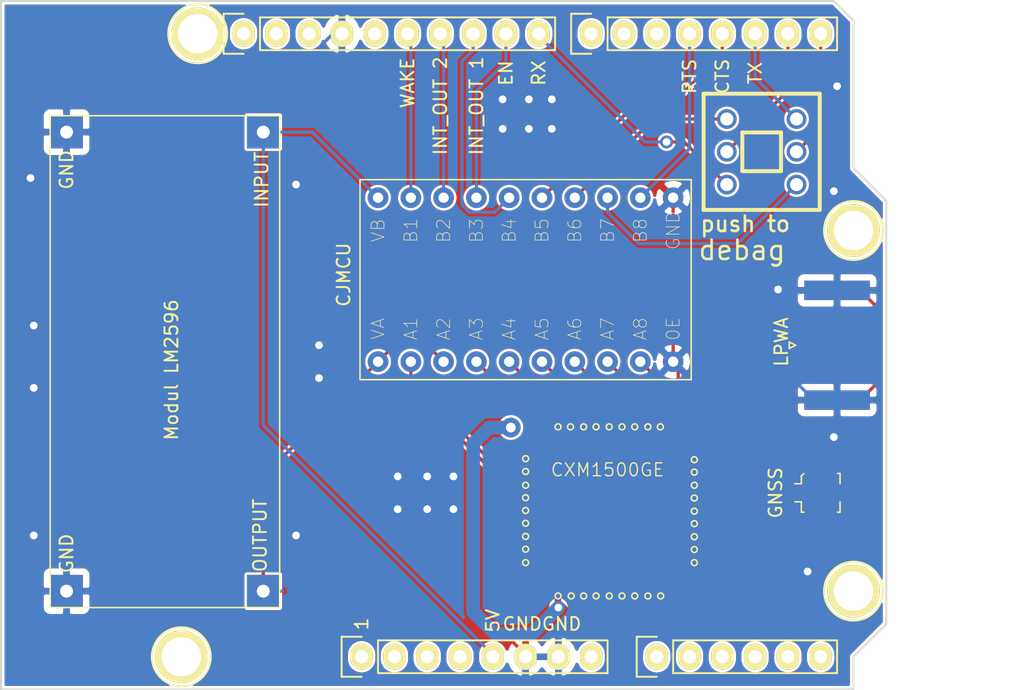
<source format=kicad_pcb>
(kicad_pcb (version 20171130) (host pcbnew "(5.1.0)-1")
  (title_block (date "lun. 30 mars 2015"))
  (layers (0 F.Cu signal) (31 B.Cu signal) (34 B.Paste user) (35 F.Paste user) (36 B.SilkS user) (37 F.SilkS user) (38 B.Mask user) (39 F.Mask user) (44 Edge.Cuts user))
  (net 0 "")
  (net 1 /IOREF)
  (net 2 /Reset)
  (net 3 +5V)
  (net 4 GND)
  (net 5 /Vin)
  (net 6 /A0)
  (net 7 /A1)
  (net 8 /A2)
  (net 9 /A3)
  (net 10 /AREF)
  (net 11 "/A4(SDA)")
  (net 12 "/A5(SCL)")
  (net 13 "/9(**)")
  (net 14 /8)
  (net 15 /7)
  (net 16 "/6(**)")
  (net 17 "/5(**)")
  (net 18 /4)
  (net 19 "/3(**)")
  (net 20 /2)
  (net 21 "/1(Tx)")
  (net 22 "/0(Rx)")
  (net 23 "Net-(P5-Pad1)")
  (net 24 "Net-(P6-Pad1)")
  (net 25 "Net-(P7-Pad1)")
  (net 26 "Net-(P8-Pad1)")
  (net 27 "/13(SCK)")
  (net 28 "Net-(P1-Pad1)")
  (net 29 +3V3)
  (net 30 "/12(MISO)")
  (net 31 "Net-(J1-Pad1)")
  (net 32 "Net-(J2-Pad1)")
  (net 33 /+2V)
  (net 34 "/11(**_MOSI)")
  (net 35 "/10(**_SS)")
  (net 36 /TX)
  (net 37 /RX)
  (net 38 "Net-(TXS0108E-8_1-Pad2)")
  (net 39 "Net-(TXS0108E-8_1-Pad3)")
  (net 40 "Net-(TXS0108E-8_1-Pad4)")
  (net 41 "Net-(TXS0108E-8_1-Pad5)")
  (net 42 "Net-(TXS0108E-8_1-Pad6)")
  (net 43 "Net-(TXS0108E-8_1-Pad7)")
  (net 44 "Net-(TXS0108E-8_1-Pad8)")
  (net 45 "Net-(TXS0108E-8_1-Pad9)")
  (net 46 "Net-(U1-Pad33)")
  (net 47 "Net-(U1-Pad37)")
  (net 48 "Net-(U1-Pad38)")
  (net 49 "Net-(U1-Pad28)")
  (net 50 "Net-(U1-Pad20)")
  (net 51 "Net-(U1-Pad19)")
  (net 52 "Net-(U1-Pad18)")
  (net 53 "Net-(U1-Pad17)")
  (net 54 "Net-(U1-Pad16)")
  (net 55 "Net-(U1-Pad15)")
  (net 56 "Net-(U1-Pad14)")
  (net 57 "Net-(U1-Pad13)")
  (net 58 "Net-(U1-Pad12)")
  (net 59 "/A5(SCL)_l")
  (net 60 "/A4(SDA)_l")
  (module modul:CXM1500GE (layer F.Cu) (at 152.908 107.315)
    (fp_text reference CXM1500GE (at 5.08 2.032) (layer F.SilkS) (effects (font (thickness 0.1))))
    (fp_text value CXM1500GE)
    (fp_circle (center 9.1948 11.8) (end 9.424807 11.8) (layer F.SilkS) (width 0.12))
    (fp_circle (center 8.2042 11.8) (end 8.434207 11.8) (layer F.SilkS) (width 0.12))
    (fp_circle (center 7.1882 11.8) (end 7.418207 11.8) (layer F.SilkS) (width 0.12))
    (fp_circle (center 6.1976 11.8) (end 6.427607 11.8) (layer F.SilkS) (width 0.12))
    (fp_circle (center 5.207 11.8) (end 5.437007 11.8) (layer F.SilkS) (width 0.12))
    (fp_circle (center 4.191 11.8) (end 4.421007 11.8) (layer F.SilkS) (width 0.12))
    (fp_circle (center 3.2258 11.8) (end 3.455807 11.8) (layer F.SilkS) (width 0.12))
    (fp_circle (center 2.2606 11.8) (end 2.490607 11.8) (layer F.SilkS) (width 0.12))
    (fp_circle (center 1.2446 11.8) (end 1.474607 11.8) (layer F.SilkS) (width 0.12))
    (fp_circle (center -1.27 9.2202) (end -1.0414 9.1948) (layer F.SilkS) (width 0.12))
    (fp_circle (center -1.27 8.1788) (end -1.0414 8.1534) (layer F.SilkS) (width 0.12))
    (fp_circle (center -1.27 7.1882) (end -1.0414 7.1628) (layer F.SilkS) (width 0.12))
    (fp_circle (center -1.27 6.1722) (end -1.0414 6.1468) (layer F.SilkS) (width 0.12))
    (fp_circle (center -1.27 5.1816) (end -1.0414 5.1562) (layer F.SilkS) (width 0.12))
    (fp_circle (center -1.27 4.191) (end -1.0414 4.1656) (layer F.SilkS) (width 0.12))
    (fp_circle (center -1.27 3.2258) (end -1.0414 3.2004) (layer F.SilkS) (width 0.12))
    (fp_circle (center -1.27 2.159) (end -1.0414 2.1336) (layer F.SilkS) (width 0.12))
    (fp_circle (center -1.27 1.1684) (end -1.0414 1.143) (layer F.SilkS) (width 0.12))
    (fp_circle (center 1.2446 -1.3) (end 1.474607 -1.3) (layer F.SilkS) (width 0.12))
    (fp_circle (center 2.2098 -1.3) (end 2.439807 -1.3) (layer F.SilkS) (width 0.12))
    (fp_circle (center 3.2258 -1.3) (end 3.455807 -1.3) (layer F.SilkS) (width 0.12))
    (fp_circle (center 4.191 -1.3) (end 4.421007 -1.3) (layer F.SilkS) (width 0.12))
    (fp_circle (center 5.207 -1.3) (end 5.437007 -1.3) (layer F.SilkS) (width 0.12))
    (fp_circle (center 6.1976 -1.3) (end 6.427607 -1.3) (layer F.SilkS) (width 0.12))
    (fp_circle (center 7.1882 -1.3) (end 7.418207 -1.3) (layer F.SilkS) (width 0.12))
    (fp_circle (center 8.2042 -1.3) (end 8.434207 -1.3) (layer F.SilkS) (width 0.12))
    (fp_circle (center 9.1694 -1.3) (end 9.399407 -1.3) (layer F.SilkS) (width 0.12))
    (fp_circle (center 11.8 9.2202) (end 12.030007 9.2202) (layer F.SilkS) (width 0.12))
    (fp_circle (center 11.8 8.2042) (end 12.030007 8.2042) (layer F.SilkS) (width 0.12))
    (fp_circle (center 11.8 7.2136) (end 12.030007 7.2136) (layer F.SilkS) (width 0.12))
    (fp_circle (center 11.8 6.1976) (end 12.030007 6.1976) (layer F.SilkS) (width 0.12))
    (fp_circle (center 11.8 5.2324) (end 12.030007 5.2324) (layer F.SilkS) (width 0.12))
    (fp_circle (center 11.8 4.2164) (end 12.030007 4.2164) (layer F.SilkS) (width 0.12))
    (fp_circle (center 11.8 3.2258) (end 12.030007 3.2258) (layer F.SilkS) (width 0.12))
    (fp_circle (center 11.8 2.2098) (end 12.030007 2.2098) (layer F.SilkS) (width 0.12))
    (fp_circle (center 11.8 1.2446) (end 12.030007 1.2446) (layer F.SilkS) (width 0.12))
    (pad 10 smd rect (at 9.2 10.55) (size 0.55 1) (layers F.Cu F.Paste F.Mask) (net 32 "Net-(J2-Pad1)"))
    (pad 9 smd rect (at 8.2 10.55) (size 0.55 1) (layers F.Cu F.Paste F.Mask) (net 4 GND))
    (pad 8 smd rect (at 7.2 10.55) (size 0.55 1) (layers F.Cu F.Paste F.Mask) (net 4 GND))
    (pad 7 smd rect (at 6.2 10.55) (size 0.55 1) (layers F.Cu F.Paste F.Mask) (net 4 GND))
    (pad 6 smd rect (at 5.2 10.55) (size 0.55 1) (layers F.Cu F.Paste F.Mask) (net 4 GND))
    (pad 5 smd rect (at 4.2 10.55) (size 0.55 1) (layers F.Cu F.Paste F.Mask) (net 4 GND))
    (pad 4 smd rect (at 3.23 10.55) (size 0.55 1) (layers F.Cu F.Paste F.Mask) (net 4 GND))
    (pad 3 smd rect (at 2.23 10.55) (size 0.55 1) (layers F.Cu F.Paste F.Mask) (net 4 GND))
    (pad 2 smd rect (at 1.23 10.55) (size 0.55 1) (layers F.Cu F.Paste F.Mask) (net 31 "Net-(J1-Pad1)"))
    (pad 12 smd rect (at 10.55 9.2) (size 1 0.55) (layers F.Cu F.Paste F.Mask) (net 58 "Net-(U1-Pad12)"))
    (pad 13 smd rect (at 10.55 8.2) (size 1 0.55) (layers F.Cu F.Paste F.Mask) (net 57 "Net-(U1-Pad13)"))
    (pad 14 smd rect (at 10.55 7.2) (size 1 0.55) (layers F.Cu F.Paste F.Mask) (net 56 "Net-(U1-Pad14)"))
    (pad 15 smd rect (at 10.55 6.2) (size 1 0.55) (layers F.Cu F.Paste F.Mask) (net 55 "Net-(U1-Pad15)"))
    (pad 16 smd rect (at 10.55 5.2) (size 1 0.55) (layers F.Cu F.Paste F.Mask) (net 54 "Net-(U1-Pad16)"))
    (pad 17 smd rect (at 10.55 4.2) (size 1 0.55) (layers F.Cu F.Paste F.Mask) (net 53 "Net-(U1-Pad17)"))
    (pad 18 smd rect (at 10.55 3.2) (size 1 0.55) (layers F.Cu F.Paste F.Mask) (net 52 "Net-(U1-Pad18)"))
    (pad 19 smd rect (at 10.55 2.2) (size 1 0.55) (layers F.Cu F.Paste F.Mask) (net 51 "Net-(U1-Pad19)"))
    (pad 20 smd rect (at 10.55 1.2) (size 1 0.55) (layers F.Cu F.Paste F.Mask) (net 50 "Net-(U1-Pad20)"))
    (pad 22 smd rect (at 9.2 0) (size 0.55 1) (layers F.Cu F.Paste F.Mask) (net 45 "Net-(TXS0108E-8_1-Pad9)"))
    (pad 23 smd rect (at 8.2 0) (size 0.55 1) (layers F.Cu F.Paste F.Mask) (net 44 "Net-(TXS0108E-8_1-Pad8)"))
    (pad 24 smd rect (at 7.2 0) (size 0.55 1) (layers F.Cu F.Paste F.Mask) (net 43 "Net-(TXS0108E-8_1-Pad7)"))
    (pad 25 smd rect (at 6.2 0) (size 0.55 1) (layers F.Cu F.Paste F.Mask) (net 42 "Net-(TXS0108E-8_1-Pad6)"))
    (pad 26 smd rect (at 5.2 0) (size 0.55 1) (layers F.Cu F.Paste F.Mask) (net 41 "Net-(TXS0108E-8_1-Pad5)"))
    (pad 27 smd rect (at 4.2 0) (size 0.55 1) (layers F.Cu F.Paste F.Mask) (net 40 "Net-(TXS0108E-8_1-Pad4)"))
    (pad 28 smd rect (at 3.23 0) (size 0.55 1) (layers F.Cu F.Paste F.Mask) (net 49 "Net-(U1-Pad28)"))
    (pad 29 smd rect (at 2.23 0) (size 0.55 1) (layers F.Cu F.Paste F.Mask) (net 49 "Net-(U1-Pad28)"))
    (pad 30 smd rect (at 1.23 0) (size 0.55 1) (layers F.Cu F.Paste F.Mask) (net 33 /+2V))
    (pad 40 smd rect (at 0 9.2) (size 1 0.55) (layers F.Cu F.Paste F.Mask) (net 4 GND))
    (pad 39 smd rect (at 0 8.2) (size 1 0.55) (layers F.Cu F.Paste F.Mask) (net 4 GND))
    (pad 38 smd rect (at 0 7.2) (size 1 0.55) (layers F.Cu F.Paste F.Mask) (net 48 "Net-(U1-Pad38)"))
    (pad 37 smd rect (at 0 6.2) (size 1 0.55) (layers F.Cu F.Paste F.Mask) (net 47 "Net-(U1-Pad37)"))
    (pad 36 smd rect (at 0 5.2) (size 1 0.55) (layers F.Cu F.Paste F.Mask) (net 39 "Net-(TXS0108E-8_1-Pad3)"))
    (pad 35 smd rect (at 0 4.2) (size 1 0.55) (layers F.Cu F.Paste F.Mask) (net 38 "Net-(TXS0108E-8_1-Pad2)"))
    (pad 34 smd rect (at 0 3.2) (size 1 0.55) (layers F.Cu F.Paste F.Mask) (net 46 "Net-(U1-Pad33)"))
    (pad 33 smd rect (at 0 2.2) (size 1 0.55) (layers F.Cu F.Paste F.Mask) (net 46 "Net-(U1-Pad33)"))
    (pad 32 smd rect (at 0 1.2) (size 1 0.55) (layers F.Cu F.Paste F.Mask) (net 4 GND))
    (pad 41 smd rect (at 5.275 5.275) (size 4 4) (layers F.Cu F.Paste F.Mask) (net 4 GND))
    (pad 11 smd rect (at 10.55 10.55) (size 1.2 1.2) (layers F.Cu F.Paste F.Mask) (net 4 GND))
    (pad 21 smd rect (at 10.55 0) (size 1.2 1.2) (layers F.Cu F.Paste F.Mask) (net 4 GND))
    (pad 1 smd rect (at 0 10.55) (size 1.2 1.2) (layers F.Cu F.Paste F.Mask) (net 4 GND))
    (pad 2 thru_hole circle (at -2.413 -1.2446) (size 1.524 1.524) (drill 0.762) (layers *.Cu *.Mask) (net 31 "Net-(J1-Pad1)"))
    (pad 31 smd rect (at 0 0) (size 1.2 1.2) (layers F.Cu F.Paste F.Mask) (net 4 GND))
  )
  (module Switches:Switch_DPDT_6p_TH (layer F.Cu) (at 169.926 84.709)
    (fp_text reference "push to" (at -1.27 5.588 180) (layer F.SilkS) (effects (font (size 1.2 1.2) (thickness 0.2))))
    (fp_text value SWITCH-DPDT hide)
    (fp_line (start -1.5 -1.5) (end -1.5 1.5) (layer F.SilkS) (width 0.3048))
    (fp_line (start -1.5 1.5) (end 1.5 1.5) (layer F.SilkS) (width 0.3048))
    (fp_line (start 1.5 1.5) (end 1.5 -1.5) (layer F.SilkS) (width 0.3048))
    (fp_line (start -1.5 -1.5) (end 1.5 -1.5) (layer F.SilkS) (width 0.3048))
    (fp_line (start -4.5 -4.5) (end 4.5 -4.5) (layer F.SilkS) (width 0.3048))
    (fp_line (start 4.5 -4.5) (end 4.5 4.5) (layer F.SilkS) (width 0.3048))
    (fp_line (start 4.5 4.5) (end -4.5 4.5) (layer F.SilkS) (width 0.3048))
    (fp_line (start -4.5 -4.5) (end -4.5 4.5) (layer F.SilkS) (width 0.3048))
    (pad 4 thru_hole circle (at 2.7 -2.54) (size 1.524 1.524) (drill 1.016) (layers *.Cu *.Mask) (net 20 /2))
    (pad 6 thru_hole circle (at 2.7 2.54) (size 1.524 1.524) (drill 1.016) (layers *.Cu *.Mask) (net 36 /TX))
    (pad 1 thru_hole circle (at -2.7 -2.54) (size 1.524 1.524) (drill 1.016) (layers *.Cu *.Mask) (net 37 /RX))
    (pad 3 thru_hole circle (at -2.7 2.54) (size 1.524 1.524) (drill 1.016) (layers *.Cu *.Mask) (net 14 /8))
    (pad 2 thru_hole circle (at -2.7 0) (size 1.524 1.524) (drill 1.016) (layers *.Cu *.Mask) (net 21 "/1(Tx)"))
    (pad 5 thru_hole circle (at 2.7 0) (size 1.524 1.524) (drill 1.016) (layers *.Cu *.Mask) (net 22 "/0(Rx)"))
  )
  (module Socket_Arduino_Uno:Socket_Strip_Arduino_1x10 (layer F.Cu) (at 129.794 75.565)
    (fp_text reference P3 hide)
    (fp_text value Digital hide)
    (fp_text user "INT_OUT 2" (at 15.24 5.588 90) (layer F.SilkS))
    (fp_text user EN (at 20.32 3.048 90) (layer F.SilkS))
    (fp_text user WAKE (at 12.7 3.81 90) (layer F.SilkS))
    (fp_text user "INT_OUT 1" (at 18.034 5.588 90) (layer F.SilkS))
    (fp_text user RX (at 22.86 3.048 90) (layer F.SilkS))
    (fp_line (start 1.27 1.27) (end 24.13 1.27) (layer F.SilkS) (width 0.15))
    (fp_line (start 24.13 1.27) (end 24.13 -1.27) (layer F.SilkS) (width 0.15))
    (fp_line (start 24.13 -1.27) (end 1.27 -1.27) (layer F.SilkS) (width 0.15))
    (fp_line (start -1.55 1.55) (end 0 1.55) (layer F.SilkS) (width 0.15))
    (fp_line (start 1.27 1.27) (end 1.27 -1.27) (layer F.SilkS) (width 0.15))
    (fp_line (start 0 -1.55) (end -1.55 -1.55) (layer F.SilkS) (width 0.15))
    (fp_line (start -1.55 -1.55) (end -1.55 1.55) (layer F.SilkS) (width 0.15))
    (pad 1 thru_hole oval (at 0 0) (size 1.7272 2.032) (drill 1.016) (layers *.Cu *.Mask F.SilkS) (net 59 "/A5(SCL)_l"))
    (pad 2 thru_hole oval (at 2.54 0) (size 1.7272 2.032) (drill 1.016) (layers *.Cu *.Mask F.SilkS) (net 60 "/A4(SDA)_l"))
    (pad 3 thru_hole oval (at 5.08 0) (size 1.7272 2.032) (drill 1.016) (layers *.Cu *.Mask F.SilkS) (net 10 /AREF))
    (pad 4 thru_hole oval (at 7.62 0) (size 1.7272 2.032) (drill 1.016) (layers *.Cu *.Mask F.SilkS) (net 4 GND))
    (pad 5 thru_hole oval (at 10.16 0) (size 1.7272 2.032) (drill 1.016) (layers *.Cu *.Mask F.SilkS) (net 27 "/13(SCK)"))
    (pad 6 thru_hole oval (at 12.7 0) (size 1.7272 2.032) (drill 1.016) (layers *.Cu *.Mask F.SilkS) (net 30 "/12(MISO)"))
    (pad 7 thru_hole oval (at 15.24 0) (size 1.7272 2.032) (drill 1.016) (layers *.Cu *.Mask F.SilkS) (net 34 "/11(**_MOSI)"))
    (pad 8 thru_hole oval (at 17.78 0) (size 1.7272 2.032) (drill 1.016) (layers *.Cu *.Mask F.SilkS) (net 35 "/10(**_SS)"))
    (pad 9 thru_hole oval (at 20.32 0) (size 1.7272 2.032) (drill 1.016) (layers *.Cu *.Mask F.SilkS) (net 13 "/9(**)"))
    (pad 10 thru_hole oval (at 22.86 0) (size 1.7272 2.032) (drill 1.016) (layers *.Cu *.Mask F.SilkS) (net 14 /8))
  )
  (module Socket_Arduino_Uno:Socket_Strip_Arduino_1x08 (layer F.Cu) (at 156.718 75.565)
    (fp_text reference P4 hide)
    (fp_text value Digital hide)
    (fp_text user RTS (at 7.62 3.302 90) (layer F.SilkS))
    (fp_text user CTS (at 10.16 3.302 90) (layer F.SilkS))
    (fp_text user TX (at 12.7 3.048 90) (layer F.SilkS))
    (fp_line (start -1.55 -1.55) (end -1.55 1.55) (layer F.SilkS) (width 0.15))
    (fp_line (start 0 -1.55) (end -1.55 -1.55) (layer F.SilkS) (width 0.15))
    (fp_line (start 1.27 1.27) (end 1.27 -1.27) (layer F.SilkS) (width 0.15))
    (fp_line (start -1.55 1.55) (end 0 1.55) (layer F.SilkS) (width 0.15))
    (fp_line (start 19.05 -1.27) (end 1.27 -1.27) (layer F.SilkS) (width 0.15))
    (fp_line (start 19.05 1.27) (end 19.05 -1.27) (layer F.SilkS) (width 0.15))
    (fp_line (start 1.27 1.27) (end 19.05 1.27) (layer F.SilkS) (width 0.15))
    (pad 8 thru_hole oval (at 17.78 0) (size 1.7272 2.032) (drill 1.016) (layers *.Cu *.Mask F.SilkS) (net 22 "/0(Rx)"))
    (pad 7 thru_hole oval (at 15.24 0) (size 1.7272 2.032) (drill 1.016) (layers *.Cu *.Mask F.SilkS) (net 21 "/1(Tx)"))
    (pad 6 thru_hole oval (at 12.7 0) (size 1.7272 2.032) (drill 1.016) (layers *.Cu *.Mask F.SilkS) (net 20 /2))
    (pad 5 thru_hole oval (at 10.16 0) (size 1.7272 2.032) (drill 1.016) (layers *.Cu *.Mask F.SilkS) (net 19 "/3(**)"))
    (pad 4 thru_hole oval (at 7.62 0) (size 1.7272 2.032) (drill 1.016) (layers *.Cu *.Mask F.SilkS) (net 18 /4))
    (pad 3 thru_hole oval (at 5.08 0) (size 1.7272 2.032) (drill 1.016) (layers *.Cu *.Mask F.SilkS) (net 17 "/5(**)"))
    (pad 2 thru_hole oval (at 2.54 0) (size 1.7272 2.032) (drill 1.016) (layers *.Cu *.Mask F.SilkS) (net 16 "/6(**)"))
    (pad 1 thru_hole oval (at 0 0) (size 1.7272 2.032) (drill 1.016) (layers *.Cu *.Mask F.SilkS) (net 15 /7))
  )
  (module modul:modul_lvl_conveter_cjmcu (layer F.Cu) (at 140.208 100.965 90)
    (fp_text reference CJMCU (at 6.731 -2.667 90) (layer F.SilkS))
    (fp_text value modul_lvl-conveter_cjmcu hide)
    (fp_line (start 14.097 -1.397) (end 13.97 -1.397) (layer F.SilkS) (width 0.12))
    (fp_line (start 14.097 24.257) (end 14.097 -1.397) (layer F.SilkS) (width 0.12))
    (fp_line (start -1.397 24.257) (end 14.097 24.257) (layer F.SilkS) (width 0.12))
    (fp_line (start -1.397 -1.397) (end -1.397 24.257) (layer F.SilkS) (width 0.12))
    (fp_line (start 13.97 -1.397) (end -1.397 -1.397) (layer F.SilkS) (width 0.12))
    (fp_text user VB (at 10.16 0 90) (layer F.SilkS) (effects (font (thickness 0.05))))
    (fp_text user B1 (at 10.16 2.54 90) (layer F.SilkS) (effects (font (thickness 0.05))))
    (fp_text user B2 (at 10.16 5.08 90) (layer F.SilkS) (effects (font (thickness 0.05))))
    (fp_text user B3 (at 10.16 7.62 90) (layer F.SilkS) (effects (font (thickness 0.05))))
    (fp_text user B4 (at 10.16 10.16 90) (layer F.SilkS) (effects (font (thickness 0.05))))
    (fp_text user B5 (at 10.16 12.7 90) (layer F.SilkS) (effects (font (thickness 0.05))))
    (fp_text user B6 (at 10.16 15.24 90) (layer F.SilkS) (effects (font (thickness 0.05))))
    (fp_text user B7 (at 10.16 17.78 90) (layer F.SilkS) (effects (font (thickness 0.05))))
    (fp_text user B8 (at 10.16 20.32 90) (layer F.SilkS) (effects (font (thickness 0.05))))
    (fp_text user GND (at 10.16 22.86 90) (layer F.SilkS) (effects (font (thickness 0.05))))
    (fp_text user 0E (at 2.54 22.86 90) (layer F.SilkS) (effects (font (thickness 0.05))))
    (fp_text user A8 (at 2.54 20.32 90) (layer F.SilkS) (effects (font (thickness 0.05))))
    (fp_text user A7 (at 2.54 17.78 90) (layer F.SilkS) (effects (font (thickness 0.05))))
    (fp_text user A6 (at 2.54 15.24 90) (layer F.SilkS) (effects (font (thickness 0.05))))
    (fp_text user A5 (at 2.54 12.7 90) (layer F.SilkS) (effects (font (thickness 0.05))))
    (fp_text user A4 (at 2.54 10.16 90) (layer F.SilkS) (effects (font (thickness 0.05))))
    (fp_text user A3 (at 2.54 7.62 90) (layer F.SilkS) (effects (font (thickness 0.05))))
    (fp_text user A2 (at 2.54 5.08 90) (layer F.SilkS) (effects (font (thickness 0.05))))
    (fp_text user A1 (at 2.54 2.54 90) (layer F.SilkS) (effects (font (thickness 0.05))))
    (fp_text user VA (at 2.54 0 90) (layer F.SilkS) (effects (font (thickness 0.05))))
    (pad 1 thru_hole circle (at 0 0 90) (size 1.6 1.6) (drill 0.8) (layers *.Cu *.Mask) (net 33 /+2V))
    (pad 2 thru_hole circle (at 0 2.54 90) (size 1.6 1.6) (drill 0.8) (layers *.Cu *.Mask) (net 38 "Net-(TXS0108E-8_1-Pad2)"))
    (pad 3 thru_hole circle (at 0 5.08 90) (size 1.6 1.6) (drill 0.8) (layers *.Cu *.Mask) (net 39 "Net-(TXS0108E-8_1-Pad3)"))
    (pad 4 thru_hole circle (at 0 7.62 90) (size 1.6 1.6) (drill 0.8) (layers *.Cu *.Mask) (net 40 "Net-(TXS0108E-8_1-Pad4)"))
    (pad 5 thru_hole circle (at 0 10.16 90) (size 1.6 1.6) (drill 0.8) (layers *.Cu *.Mask) (net 41 "Net-(TXS0108E-8_1-Pad5)"))
    (pad 6 thru_hole circle (at 0 12.7 90) (size 1.6 1.6) (drill 0.8) (layers *.Cu *.Mask) (net 42 "Net-(TXS0108E-8_1-Pad6)"))
    (pad 7 thru_hole circle (at 0 15.24 90) (size 1.6 1.6) (drill 0.8) (layers *.Cu *.Mask) (net 43 "Net-(TXS0108E-8_1-Pad7)"))
    (pad 8 thru_hole circle (at 0 17.78 90) (size 1.6 1.6) (drill 0.8) (layers *.Cu *.Mask) (net 44 "Net-(TXS0108E-8_1-Pad8)"))
    (pad 9 thru_hole circle (at 0 20.32 90) (size 1.6 1.6) (drill 0.8) (layers *.Cu *.Mask) (net 45 "Net-(TXS0108E-8_1-Pad9)"))
    (pad 10 thru_hole circle (at 0 22.86 90) (size 1.6 1.6) (drill 0.8) (layers *.Cu *.Mask) (net 4 GND))
    (pad 11 thru_hole circle (at 12.7 22.86 90) (size 1.6 1.6) (drill 0.8) (layers *.Cu *.Mask) (net 4 GND))
    (pad 12 thru_hole circle (at 12.7 20.32 90) (size 1.6 1.6) (drill 0.8) (layers *.Cu *.Mask) (net 18 /4))
    (pad 13 thru_hole circle (at 12.7 17.78 90) (size 1.6 1.6) (drill 0.8) (layers *.Cu *.Mask) (net 36 /TX))
    (pad 14 thru_hole circle (at 12.7 15.24 90) (size 1.6 1.6) (drill 0.8) (layers *.Cu *.Mask) (net 37 /RX))
    (pad 15 thru_hole circle (at 12.7 12.7 90) (size 1.6 1.6) (drill 0.8) (layers *.Cu *.Mask) (net 19 "/3(**)"))
    (pad 16 thru_hole circle (at 12.7 10.16 90) (size 1.6 1.6) (drill 0.8) (layers *.Cu *.Mask) (net 35 "/10(**_SS)"))
    (pad 17 thru_hole circle (at 12.7 7.62 90) (size 1.6 1.6) (drill 0.8) (layers *.Cu *.Mask) (net 13 "/9(**)"))
    (pad 18 thru_hole circle (at 12.7 5.08 90) (size 1.6 1.6) (drill 0.8) (layers *.Cu *.Mask) (net 34 "/11(**_MOSI)"))
    (pad 19 thru_hole circle (at 12.7 2.54 90) (size 1.6 1.6) (drill 0.8) (layers *.Cu *.Mask) (net 30 "/12(MISO)"))
    (pad 20 thru_hole circle (at 12.7 0 90) (size 1.6 1.6) (drill 0.8) (layers *.Cu *.Mask) (net 3 +5V))
  )
  (module modul:modul_lvl_dc-dc_lm2596 (layer F.Cu) (at 124.968 86.995 270)
    (fp_text reference LM2596_1 hide)
    (fp_text value modul_dc-dc_lm2596 hide)
    (fp_text user OUTPUT (at 27.432 -6.096 270) (layer F.SilkS))
    (fp_text user GND (at 28.829 8.89 270) (layer F.SilkS))
    (fp_text user GND (at -0.889 8.89 270) (layer F.SilkS))
    (fp_text user INPUT (at -0.127 -6.223 270) (layer F.SilkS))
    (fp_text user "Modul LM2596" (at 14.605 0.762 270) (layer F.SilkS))
    (fp_line (start 33.02 10.16) (end -5.08 10.16) (layer F.SilkS) (width 0.12))
    (fp_line (start 33.02 -7.62) (end 33.02 10.16) (layer F.SilkS) (width 0.12))
    (fp_line (start 22.86 -7.62) (end 33.02 -7.62) (layer F.SilkS) (width 0.12))
    (fp_line (start -5.08 -7.62) (end 22.86 -7.62) (layer F.SilkS) (width 0.12))
    (fp_line (start -5.08 -7.62) (end -5.08 10.16) (layer F.SilkS) (width 0.12))
    (pad 4 thru_hole rect (at 31.75 8.89 270) (size 2.524 2.524) (drill 1) (layers *.Cu *.Mask) (net 4 GND))
    (pad 3 thru_hole rect (at 31.75 -6.35 270) (size 2.524 2.524) (drill 1) (layers *.Cu *.Mask) (net 33 /+2V))
    (pad 2 thru_hole rect (at -3.81 8.89 270) (size 2.524 2.524) (drill 1) (layers *.Cu *.Mask) (net 4 GND))
    (pad 1 thru_hole rect (at -3.81 -6.35 270) (size 2.524 2.524) (drill 1) (layers *.Cu *.Mask) (net 3 +5V))
  )
  (module Connector_Coaxial:SMA_Amphenol_132289_EdgeMount (layer F.Cu) (at 175.768 99.695)
    (fp_text reference LPWA (at -4.318 -0.254 90) (layer F.SilkS))
    (fp_text value SMA)
    (fp_line (start -3.21 0) (end -3.71 -0.25) (layer F.SilkS) (width 0.12))
    (fp_line (start -3.71 -0.25) (end -3.71 0.25) (layer F.SilkS) (width 0.12))
    (fp_line (start -3.71 0.25) (end -3.21 0) (layer F.SilkS) (width 0.12))
    (pad 1 smd rect (at 0 0 90) (size 1.5 5.08) (layers F.Cu F.Paste F.Mask) (net 32 "Net-(J2-Pad1)"))
    (pad 2 smd rect (at 0 -4.25 90) (size 1.5 5.08) (layers F.Cu F.Paste F.Mask) (net 4 GND))
    (pad 2 smd rect (at 0 4.25 90) (size 1.5 5.08) (layers F.Cu F.Paste F.Mask) (net 4 GND))
    (pad 2 smd rect (at 0 -4.25 90) (size 1.5 5.08) (layers B.Cu B.Paste B.Mask) (net 4 GND))
    (pad 2 smd rect (at 0 4.25 90) (size 1.5 5.08) (layers B.Cu B.Paste B.Mask) (net 4 GND))
  )
  (module Connector_Coaxial:U.FL_Molex_MCRF_73412-0110_Vertical (layer F.Cu) (at 174.498 111.125 270)
    (fp_text reference GNSS (at 0 3.5 270) (layer F.SilkS))
    (fp_text value SMA)
    (fp_line (start 0.7 1.5) (end 0.7 2) (layer F.SilkS) (width 0.12))
    (fp_line (start -0.7 1.5) (end -0.7 2) (layer F.SilkS) (width 0.12))
    (fp_line (start -0.7 1.5) (end -1.3 1.5) (layer F.SilkS) (width 0.12))
    (fp_line (start -1.3 1.5) (end -1.5 1.3) (layer F.SilkS) (width 0.12))
    (fp_line (start 1.5 1.3) (end 1.5 1.5) (layer F.SilkS) (width 0.12))
    (fp_line (start 1.5 1.5) (end 0.7 1.5) (layer F.SilkS) (width 0.12))
    (fp_line (start 0.7 -1.5) (end 1.5 -1.5) (layer F.SilkS) (width 0.12))
    (fp_line (start 1.5 -1.5) (end 1.5 -1.3) (layer F.SilkS) (width 0.12))
    (fp_line (start -1.5 -1.3) (end -1.5 -1.5) (layer F.SilkS) (width 0.12))
    (fp_line (start -1.5 -1.5) (end -0.7 -1.5) (layer F.SilkS) (width 0.12))
    (pad 2 smd rect (at -1.475 0 270) (size 1.05 2.2) (layers F.Cu F.Paste F.Mask) (net 4 GND))
    (pad 2 smd rect (at 1.475 0 270) (size 1.05 2.2) (layers F.Cu F.Paste F.Mask) (net 4 GND))
    (pad 2 smd rect (at 0 -1.5 270) (size 1 1) (layers F.Cu F.Paste F.Mask) (net 4 GND))
    (pad 1 smd rect (at 0 1.5 270) (size 1 1) (layers F.Cu F.Paste F.Mask) (net 31 "Net-(J1-Pad1)"))
  )
  (module Socket_Arduino_Uno:Socket_Strip_Arduino_1x08 (layer F.Cu) (at 138.938 123.825)
    (fp_text reference P1 hide)
    (fp_text value Power)
    (fp_text user GND (at 15.494 -2.54) (layer F.SilkS))
    (fp_text user GND (at 12.446 -2.54 180) (layer F.SilkS))
    (fp_text user 5V (at 10.16 -2.794 90) (layer F.SilkS))
    (fp_line (start -1.55 -1.55) (end -1.55 1.55) (layer F.SilkS) (width 0.15))
    (fp_line (start 0 -1.55) (end -1.55 -1.55) (layer F.SilkS) (width 0.15))
    (fp_line (start 1.27 1.27) (end 1.27 -1.27) (layer F.SilkS) (width 0.15))
    (fp_line (start -1.55 1.55) (end 0 1.55) (layer F.SilkS) (width 0.15))
    (fp_line (start 19.05 -1.27) (end 1.27 -1.27) (layer F.SilkS) (width 0.15))
    (fp_line (start 19.05 1.27) (end 19.05 -1.27) (layer F.SilkS) (width 0.15))
    (fp_line (start 1.27 1.27) (end 19.05 1.27) (layer F.SilkS) (width 0.15))
    (pad 8 thru_hole oval (at 17.78 0) (size 1.7272 2.032) (drill 1.016) (layers *.Cu *.Mask F.SilkS) (net 5 /Vin))
    (pad 7 thru_hole oval (at 15.24 0) (size 1.7272 2.032) (drill 1.016) (layers *.Cu *.Mask F.SilkS) (net 4 GND))
    (pad 6 thru_hole oval (at 12.7 0) (size 1.7272 2.032) (drill 1.016) (layers *.Cu *.Mask F.SilkS) (net 4 GND))
    (pad 5 thru_hole oval (at 10.16 0) (size 1.7272 2.032) (drill 1.016) (layers *.Cu *.Mask F.SilkS) (net 3 +5V))
    (pad 4 thru_hole oval (at 7.62 0) (size 1.7272 2.032) (drill 1.016) (layers *.Cu *.Mask F.SilkS) (net 29 +3V3))
    (pad 3 thru_hole oval (at 5.08 0) (size 1.7272 2.032) (drill 1.016) (layers *.Cu *.Mask F.SilkS) (net 2 /Reset))
    (pad 2 thru_hole oval (at 2.54 0) (size 1.7272 2.032) (drill 1.016) (layers *.Cu *.Mask F.SilkS) (net 1 /IOREF))
    (pad 1 thru_hole oval (at 0 0) (size 1.7272 2.032) (drill 1.016) (layers *.Cu *.Mask F.SilkS) (net 28 "Net-(P1-Pad1)"))
  )
  (module Socket_Arduino_Uno:Socket_Strip_Arduino_1x06 (layer F.Cu) (at 161.798 123.825)
    (fp_text reference P2 hide)
    (fp_text value Analog)
    (fp_line (start 1.27 1.27) (end 13.97 1.27) (layer F.SilkS) (width 0.15))
    (fp_line (start 13.97 1.27) (end 13.97 -1.27) (layer F.SilkS) (width 0.15))
    (fp_line (start 13.97 -1.27) (end 1.27 -1.27) (layer F.SilkS) (width 0.15))
    (fp_line (start -1.55 1.55) (end 0 1.55) (layer F.SilkS) (width 0.15))
    (fp_line (start 1.27 1.27) (end 1.27 -1.27) (layer F.SilkS) (width 0.15))
    (fp_line (start 0 -1.55) (end -1.55 -1.55) (layer F.SilkS) (width 0.15))
    (fp_line (start -1.55 -1.55) (end -1.55 1.55) (layer F.SilkS) (width 0.15))
    (pad 1 thru_hole oval (at 0 0) (size 1.7272 2.032) (drill 1.016) (layers *.Cu *.Mask F.SilkS) (net 6 /A0))
    (pad 2 thru_hole oval (at 2.54 0) (size 1.7272 2.032) (drill 1.016) (layers *.Cu *.Mask F.SilkS) (net 7 /A1))
    (pad 3 thru_hole oval (at 5.08 0) (size 1.7272 2.032) (drill 1.016) (layers *.Cu *.Mask F.SilkS) (net 8 /A2))
    (pad 4 thru_hole oval (at 7.62 0) (size 1.7272 2.032) (drill 1.016) (layers *.Cu *.Mask F.SilkS) (net 9 /A3))
    (pad 5 thru_hole oval (at 10.16 0) (size 1.7272 2.032) (drill 1.016) (layers *.Cu *.Mask F.SilkS) (net 11 "/A4(SDA)"))
    (pad 6 thru_hole oval (at 12.7 0) (size 1.7272 2.032) (drill 1.016) (layers *.Cu *.Mask F.SilkS) (net 12 "/A5(SCL)"))
  )
  (module Socket_Arduino_Uno:Arduino_1pin (layer F.Cu) (at 124.968 123.825)
    (fp_text reference P5 hide)
    (fp_text value CONN_01X01 hide)
    (fp_circle (center 0 0) (end 0 -2.286) (layer F.SilkS) (width 0.15))
    (pad 1 thru_hole circle (at 0 0) (size 4.064 4.064) (drill 3.048) (layers *.Cu *.Mask F.SilkS) (net 23 "Net-(P5-Pad1)"))
  )
  (module Socket_Arduino_Uno:Arduino_1pin (layer F.Cu) (at 177.038 118.745)
    (fp_text reference P6 hide)
    (fp_text value CONN_01X01 hide)
    (fp_circle (center 0 0) (end 0 -2.286) (layer F.SilkS) (width 0.15))
    (pad 1 thru_hole circle (at 0 0) (size 4.064 4.064) (drill 3.048) (layers *.Cu *.Mask F.SilkS) (net 24 "Net-(P6-Pad1)"))
  )
  (module Socket_Arduino_Uno:Arduino_1pin (layer F.Cu) (at 126.238 75.565)
    (fp_text reference P7 hide)
    (fp_text value CONN_01X01 hide)
    (fp_circle (center 0 0) (end 0 -2.286) (layer F.SilkS) (width 0.15))
    (pad 1 thru_hole circle (at 0 0) (size 4.064 4.064) (drill 3.048) (layers *.Cu *.Mask F.SilkS) (net 25 "Net-(P7-Pad1)"))
  )
  (module Socket_Arduino_Uno:Arduino_1pin (layer F.Cu) (at 177.038 90.805)
    (fp_text reference P8 hide)
    (fp_text value CONN_01X01 hide)
    (fp_circle (center 0 0) (end 0 -2.286) (layer F.SilkS) (width 0.15))
    (pad 1 thru_hole circle (at 0 0) (size 4.064 4.064) (drill 3.048) (layers *.Cu *.Mask F.SilkS) (net 26 "Net-(P8-Pad1)"))
  )
  (gr_text debag (at 168.402 92.329) (layer F.SilkS) (effects (font (size 1.5 1.5) (thickness 0.2))))
  (gr_text 1 (at 138.938 121.285 90) (layer F.SilkS) (effects (font (size 1 1))))
  (gr_line (start 177.038 74.549) (end 175.514 73.025) (angle 90) (layer Edge.Cuts) (width 0.15))
  (gr_line (start 177.038 85.979) (end 177.038 74.549) (angle 90) (layer Edge.Cuts) (width 0.15))
  (gr_line (start 179.578 88.519) (end 177.038 85.979) (angle 90) (layer Edge.Cuts) (width 0.15))
  (gr_line (start 179.578 121.285) (end 179.578 88.519) (angle 90) (layer Edge.Cuts) (width 0.15))
  (gr_line (start 177.038 123.825) (end 179.578 121.285) (angle 90) (layer Edge.Cuts) (width 0.15))
  (gr_line (start 177.038 126.365) (end 177.038 123.825) (angle 90) (layer Edge.Cuts) (width 0.15))
  (gr_line (start 110.998 126.365) (end 177.038 126.365) (angle 90) (layer Edge.Cuts) (width 0.15))
  (gr_line (start 110.998 73.025) (end 110.998 126.365) (angle 90) (layer Edge.Cuts) (width 0.15))
  (gr_line (start 175.514 73.025) (end 110.998 73.025) (angle 90) (layer Edge.Cuts) (width 0.15))
  (segment (start 131.318 83.185) (end 135.128 83.185) (width 0.25) (layer B.Cu) (net 3))
  (segment (start 135.128 83.185) (end 140.208 88.265) (width 0.25) (layer B.Cu) (net 3))
  (segment (start 149.098 123.6726) (end 149.098 123.825) (width 0.25) (layer B.Cu) (net 3))
  (segment (start 131.318 105.8926) (end 149.098 123.6726) (width 0.25) (layer B.Cu) (net 3))
  (segment (start 131.318 83.185) (end 131.318 105.8926) (width 0.25) (layer B.Cu) (net 3))
  (via (at 175.514 87.757) (size 1) (drill 0.6) (layers F.Cu B.Cu) (net 4))
  (via (at 175.514 106.807) (size 1) (drill 0.6) (layers F.Cu B.Cu) (net 4))
  (via (at 173.482 117.221) (size 1) (drill 0.6) (layers F.Cu B.Cu) (net 4))
  (via (at 146.05 109.855) (size 1) (drill 0.6) (layers F.Cu B.Cu) (net 4))
  (via (at 149.86 80.645) (size 1) (drill 0.6) (layers F.Cu B.Cu) (net 4))
  (via (at 144.018 109.855) (size 1) (drill 0.6) (layers F.Cu B.Cu) (net 4))
  (via (at 141.732 109.855) (size 1) (drill 0.6) (layers F.Cu B.Cu) (net 4))
  (via (at 144.018 112.395) (size 1) (drill 0.6) (layers F.Cu B.Cu) (net 4))
  (via (at 146.05 112.395) (size 1) (drill 0.6) (layers F.Cu B.Cu) (net 4))
  (via (at 141.732 112.395) (size 1) (drill 0.6) (layers F.Cu B.Cu) (net 4))
  (via (at 151.892 80.645) (size 1) (drill 0.6) (layers F.Cu B.Cu) (net 4))
  (via (at 153.67 80.645) (size 1) (drill 0.6) (layers F.Cu B.Cu) (net 4))
  (via (at 151.892 82.931) (size 1) (drill 0.6) (layers F.Cu B.Cu) (net 4))
  (via (at 153.67 82.931) (size 1) (drill 0.6) (layers F.Cu B.Cu) (net 4))
  (via (at 149.86 82.931) (size 1) (drill 0.6) (layers F.Cu B.Cu) (net 4))
  (via (at 133.858 87.249) (size 1) (drill 0.6) (layers F.Cu B.Cu) (net 4))
  (via (at 113.284 86.741) (size 1) (drill 0.6) (layers F.Cu B.Cu) (net 4))
  (via (at 135.636 99.695) (size 1) (drill 0.6) (layers F.Cu B.Cu) (net 4))
  (via (at 135.636 102.235) (size 1) (drill 0.6) (layers F.Cu B.Cu) (net 4))
  (via (at 133.858 114.427) (size 1) (drill 0.6) (layers F.Cu B.Cu) (net 4))
  (via (at 113.538 114.427) (size 1) (drill 0.6) (layers F.Cu B.Cu) (net 4))
  (via (at 113.538 98.171) (size 1) (drill 0.6) (layers F.Cu B.Cu) (net 4))
  (via (at 113.538 102.997) (size 1) (drill 0.6) (layers F.Cu B.Cu) (net 4))
  (segment (start 116.078 83.185) (end 116.078 118.745) (width 0.25) (layer B.Cu) (net 4))
  (segment (start 116.078 83.185) (end 117.59 83.185) (width 0.25) (layer B.Cu) (net 4))
  (segment (start 136.707348 75.565) (end 131.627348 80.645) (width 0.25) (layer B.Cu) (net 4))
  (segment (start 137.414 75.565) (end 136.707348 75.565) (width 0.25) (layer B.Cu) (net 4))
  (segment (start 131.627348 80.645) (end 127.508 80.645) (width 0.25) (layer B.Cu) (net 4))
  (segment (start 124.968 83.185) (end 116.078 83.185) (width 0.25) (layer B.Cu) (net 4))
  (segment (start 127.508 80.645) (end 124.968 83.185) (width 0.25) (layer B.Cu) (net 4))
  (segment (start 151.638 123.825) (end 154.178 123.825) (width 0.25) (layer B.Cu) (net 4))
  (segment (start 152.908 116.84) (end 152.908 117.865) (width 0.25) (layer F.Cu) (net 4))
  (segment (start 163.458 101.355) (end 163.068 100.965) (width 0.25) (layer F.Cu) (net 4))
  (segment (start 155.138 117.865) (end 161.108 117.865) (width 0.25) (layer F.Cu) (net 4))
  (segment (start 152.908 115.515) (end 152.908 116.84) (width 0.25) (layer F.Cu) (net 4))
  (segment (start 163.068 88.265) (end 163.068 100.965) (width 0.25) (layer F.Cu) (net 4))
  (segment (start 123.376362 118.745) (end 125.916362 121.285) (width 0.25) (layer F.Cu) (net 4))
  (segment (start 116.078 118.745) (end 123.376362 118.745) (width 0.25) (layer F.Cu) (net 4))
  (segment (start 151.638 123.6726) (end 151.638 123.825) (width 0.25) (layer F.Cu) (net 4))
  (segment (start 149.2504 121.285) (end 151.638 123.6726) (width 0.25) (layer F.Cu) (net 4))
  (segment (start 125.916362 121.285) (end 149.2504 121.285) (width 0.25) (layer F.Cu) (net 4))
  (segment (start 164.308 107.315) (end 165.608 108.615) (width 0.25) (layer F.Cu) (net 4))
  (segment (start 163.458 107.315) (end 164.308 107.315) (width 0.25) (layer F.Cu) (net 4))
  (segment (start 164.308 117.865) (end 163.458 117.865) (width 0.25) (layer F.Cu) (net 4))
  (segment (start 165.608 108.615) (end 165.608 116.565) (width 0.25) (layer F.Cu) (net 4))
  (segment (start 165.608 116.565) (end 164.308 117.865) (width 0.25) (layer F.Cu) (net 4))
  (segment (start 161.808002 116.205) (end 163.458 117.854998) (width 0.25) (layer F.Cu) (net 4))
  (segment (start 152.908 107.315) (end 152.908 108.585) (width 0.25) (layer F.Cu) (net 4))
  (segment (start 152.908 108.585) (end 161.163 108.585) (width 0.25) (layer F.Cu) (net 4))
  (segment (start 161.163 108.585) (end 161.798 109.22) (width 0.25) (layer F.Cu) (net 4))
  (segment (start 161.108 116.895) (end 161.108 117.865) (width 0.25) (layer F.Cu) (net 4))
  (segment (start 161.798 116.205) (end 161.108 116.895) (width 0.25) (layer F.Cu) (net 4))
  (segment (start 163.458 117.854998) (end 163.458 117.865) (width 0.25) (layer F.Cu) (net 4))
  (segment (start 163.458 107.315) (end 163.458 101.355) (width 0.25) (layer F.Cu) (net 4))
  (segment (start 161.095 112.59) (end 158.183 112.59) (width 0.25) (layer F.Cu) (net 4))
  (segment (start 161.798 111.887) (end 161.798 116.205) (width 0.25) (layer F.Cu) (net 4))
  (segment (start 161.798 111.887) (end 161.095 112.59) (width 0.25) (layer F.Cu) (net 4))
  (segment (start 161.798 109.22) (end 161.798 111.887) (width 0.25) (layer F.Cu) (net 4))
  (segment (start 155.138 117.115) (end 155.138 117.865) (width 0.25) (layer F.Cu) (net 4))
  (segment (start 155.138 116.995) (end 155.138 117.115) (width 0.25) (layer F.Cu) (net 4))
  (segment (start 152.908 115.515) (end 153.658 115.515) (width 0.25) (layer F.Cu) (net 4))
  (segment (start 153.658 115.515) (end 155.138 116.995) (width 0.25) (layer F.Cu) (net 4))
  (segment (start 161.798 116.205) (end 161.808002 116.205) (width 0.25) (layer F.Cu) (net 4))
  (via (at 175.768 79.629) (size 1) (drill 0.6) (layers F.Cu B.Cu) (net 4))
  (segment (start 175.224 112.649) (end 175.998 111.875) (width 0.25) (layer F.Cu) (net 4))
  (segment (start 175.122 112.649) (end 175.224 112.649) (width 0.25) (layer F.Cu) (net 4))
  (segment (start 175.998 111.125) (end 175.998 110.375) (width 0.25) (layer F.Cu) (net 4))
  (segment (start 175.073 112.6) (end 175.122 112.649) (width 0.25) (layer F.Cu) (net 4))
  (segment (start 174.498 112.6) (end 175.073 112.6) (width 0.25) (layer F.Cu) (net 4))
  (segment (start 175.998 110.375) (end 176.01 110.363) (width 0.25) (layer F.Cu) (net 4))
  (segment (start 175.998 111.875) (end 175.998 111.125) (width 0.25) (layer F.Cu) (net 4))
  (segment (start 176.01 110.363) (end 176.01 109.812) (width 0.25) (layer F.Cu) (net 4))
  (segment (start 176.01 109.812) (end 175.848 109.65) (width 0.25) (layer F.Cu) (net 4))
  (segment (start 175.848 109.65) (end 174.498 109.65) (width 0.25) (layer F.Cu) (net 4))
  (segment (start 175.768 95.445) (end 173.978 95.445) (width 0.25) (layer B.Cu) (net 4))
  (segment (start 171.264 95.445) (end 171.196 95.377) (width 0.25) (layer B.Cu) (net 4))
  (segment (start 175.768 95.445) (end 171.264 95.445) (width 0.25) (layer B.Cu) (net 4))
  (segment (start 173.978 103.945) (end 175.768 103.945) (width 0.25) (layer B.Cu) (net 4))
  (segment (start 171.196 101.163) (end 173.978 103.945) (width 0.25) (layer B.Cu) (net 4))
  (segment (start 171.196 95.377) (end 171.196 101.163) (width 0.25) (layer B.Cu) (net 4))
  (via (at 171.196 95.377) (size 1) (drill 0.6) (layers F.Cu B.Cu) (net 4))
  (segment (start 175.768 95.445) (end 177.558 95.445) (width 0.25) (layer F.Cu) (net 4))
  (segment (start 175.768 95.445) (end 171.264 95.445) (width 0.25) (layer F.Cu) (net 4))
  (segment (start 177.558 103.945) (end 175.768 103.945) (width 0.25) (layer F.Cu) (net 4))
  (segment (start 179.07 96.957) (end 179.07 102.433) (width 0.25) (layer F.Cu) (net 4))
  (segment (start 179.07 102.433) (end 177.558 103.945) (width 0.25) (layer F.Cu) (net 4))
  (segment (start 171.264 95.445) (end 171.196 95.377) (width 0.25) (layer F.Cu) (net 4))
  (segment (start 177.558 95.445) (end 179.07 96.957) (width 0.25) (layer F.Cu) (net 4))
  (segment (start 175.768 106.553) (end 175.514 106.807) (width 0.25) (layer F.Cu) (net 4))
  (segment (start 175.768 103.945) (end 175.768 106.553) (width 0.25) (layer F.Cu) (net 4))
  (segment (start 174.498 107.823) (end 175.514 106.807) (width 0.25) (layer F.Cu) (net 4))
  (segment (start 174.498 109.65) (end 174.498 107.823) (width 0.25) (layer F.Cu) (net 4))
  (segment (start 173.981999 116.721001) (end 173.482 117.221) (width 0.25) (layer F.Cu) (net 4))
  (segment (start 174.498 116.205) (end 173.981999 116.721001) (width 0.25) (layer F.Cu) (net 4))
  (segment (start 174.498 112.6) (end 174.498 116.205) (width 0.25) (layer F.Cu) (net 4))
  (segment (start 152.058 117.865) (end 152.908 117.865) (width 0.25) (layer F.Cu) (net 4))
  (segment (start 151.638 118.285) (end 152.058 117.865) (width 0.25) (layer F.Cu) (net 4))
  (segment (start 151.638 123.825) (end 151.638 118.285) (width 0.25) (layer F.Cu) (net 4))
  (segment (start 147.828 88.265) (end 147.828 80.01) (width 0.25) (layer B.Cu) (net 13))
  (segment (start 150.114 77.724) (end 150.114 75.565) (width 0.25) (layer B.Cu) (net 13))
  (segment (start 147.828 80.01) (end 150.114 77.724) (width 0.25) (layer B.Cu) (net 13))
  (via (at 162.56 83.947) (size 1) (drill 0.6) (layers F.Cu B.Cu) (net 14))
  (segment (start 152.654 75.565) (end 152.654 75.7174) (width 0.25) (layer F.Cu) (net 14))
  (segment (start 161.852894 83.947) (end 162.56 83.947) (width 0.25) (layer B.Cu) (net 14))
  (segment (start 160.8836 83.947) (end 161.852894 83.947) (width 0.25) (layer B.Cu) (net 14))
  (segment (start 152.654 75.7174) (end 160.8836 83.947) (width 0.25) (layer B.Cu) (net 14))
  (segment (start 152.654 75.565) (end 152.654 75.7174) (width 0.25) (layer B.Cu) (net 14))
  (segment (start 163.924 83.947) (end 167.226 87.249) (width 0.25) (layer F.Cu) (net 14))
  (segment (start 162.56 83.947) (end 163.924 83.947) (width 0.25) (layer F.Cu) (net 14))
  (segment (start 164.338 84.455) (end 160.528 88.265) (width 0.25) (layer B.Cu) (net 18))
  (segment (start 164.338 75.565) (end 164.338 84.455) (width 0.25) (layer B.Cu) (net 18))
  (segment (start 166.878 75.7174) (end 166.878 75.565) (width 0.25) (layer F.Cu) (net 19))
  (segment (start 166.878 75.565) (end 166.878 77.089) (width 0.25) (layer F.Cu) (net 19))
  (segment (start 166.878 77.089) (end 162.56 81.407) (width 0.25) (layer F.Cu) (net 19))
  (segment (start 159.766 81.407) (end 152.908 88.265) (width 0.25) (layer F.Cu) (net 19))
  (segment (start 162.56 81.407) (end 159.766 81.407) (width 0.25) (layer F.Cu) (net 19))
  (segment (start 169.418 78.961) (end 172.626 82.169) (width 0.25) (layer B.Cu) (net 20))
  (segment (start 169.418 75.565) (end 169.418 78.961) (width 0.25) (layer B.Cu) (net 20))
  (segment (start 171.878 75.645) (end 171.958 75.565) (width 0.25) (layer B.Cu) (net 21))
  (segment (start 171.958 79.977) (end 167.226 84.709) (width 0.25) (layer F.Cu) (net 21))
  (segment (start 171.958 75.565) (end 171.958 79.977) (width 0.25) (layer F.Cu) (net 21))
  (segment (start 174.498 82.837) (end 172.626 84.709) (width 0.25) (layer F.Cu) (net 22))
  (segment (start 174.498 75.565) (end 174.498 82.837) (width 0.25) (layer F.Cu) (net 22))
  (segment (start 142.748 75.819) (end 142.494 75.565) (width 0.25) (layer B.Cu) (net 30))
  (segment (start 142.748 88.265) (end 142.748 75.819) (width 0.25) (layer B.Cu) (net 30))
  (segment (start 154.138 119.721) (end 154.178 119.761) (width 0.25) (layer F.Cu) (net 31))
  (via (at 154.178 120.015) (size 1) (drill 0.6) (layers F.Cu B.Cu) (net 31))
  (segment (start 156.0195 121.8565) (end 154.178 120.015) (width 1.05736) (layer F.Cu) (net 31))
  (segment (start 170.301358 121.8565) (end 156.0195 121.8565) (width 1.05736) (layer F.Cu) (net 31))
  (segment (start 171.45 120.707858) (end 170.301358 121.8565) (width 1.05736) (layer F.Cu) (net 31))
  (segment (start 172.998 111.125) (end 171.45 112.673) (width 1.05736) (layer F.Cu) (net 31))
  (segment (start 171.45 112.673) (end 171.45 120.707858) (width 1.05736) (layer F.Cu) (net 31))
  (segment (start 150.495 106.0704) (end 148.8186 106.0704) (width 1.05736) (layer B.Cu) (net 31))
  (segment (start 147.574 107.315) (end 147.574 120.3325) (width 1.05736) (layer B.Cu) (net 31))
  (segment (start 148.8186 106.0704) (end 147.574 107.315) (width 1.05736) (layer B.Cu) (net 31))
  (segment (start 153.678001 120.514999) (end 154.178 120.015) (width 1.05736) (layer B.Cu) (net 31))
  (segment (start 152.11269 122.08031) (end 153.678001 120.514999) (width 1.05736) (layer B.Cu) (net 31))
  (segment (start 149.32181 122.08031) (end 152.11269 122.08031) (width 1.05736) (layer B.Cu) (net 31))
  (segment (start 147.574 120.3325) (end 149.32181 122.08031) (width 1.05736) (layer B.Cu) (net 31))
  (segment (start 154.138 119.975) (end 154.178 120.015) (width 0.25) (layer F.Cu) (net 31))
  (segment (start 154.138 117.865) (end 154.138 119.975) (width 0.5) (layer F.Cu) (net 31))
  (segment (start 172.17064 99.695) (end 169.545 102.32064) (width 1.05736) (layer F.Cu) (net 32))
  (segment (start 175.768 99.695) (end 172.17064 99.695) (width 1.05736) (layer F.Cu) (net 32))
  (segment (start 169.545 102.32064) (end 169.545 119.0625) (width 1.05736) (layer F.Cu) (net 32))
  (segment (start 169.545 119.0625) (end 168.148 120.4595) (width 1.05736) (layer F.Cu) (net 32))
  (segment (start 162.111681 118.947945) (end 162.111681 117.865) (width 0.5) (layer F.Cu) (net 32))
  (segment (start 163.623236 120.4595) (end 162.111681 118.947945) (width 1.05736) (layer F.Cu) (net 32))
  (segment (start 168.148 120.4595) (end 163.623236 120.4595) (width 1.05736) (layer F.Cu) (net 32))
  (segment (start 132.83 118.745) (end 131.318 118.745) (width 0.25) (layer B.Cu) (net 33))
  (segment (start 140.208 100.965) (end 131.318 109.855) (width 0.25) (layer F.Cu) (net 33))
  (segment (start 154.138 107.315) (end 154.138 106.565) (width 0.25) (layer F.Cu) (net 33))
  (segment (start 131.318 109.855) (end 131.318 118.745) (width 0.25) (layer F.Cu) (net 33))
  (segment (start 142.748 98.425) (end 140.208 100.965) (width 0.25) (layer F.Cu) (net 33))
  (segment (start 144.413002 98.425) (end 142.748 98.425) (width 0.25) (layer F.Cu) (net 33))
  (segment (start 146.558 100.569998) (end 144.413002 98.425) (width 0.25) (layer F.Cu) (net 33))
  (segment (start 146.558 101.360002) (end 146.558 100.569998) (width 0.25) (layer F.Cu) (net 33))
  (segment (start 147.287999 102.090001) (end 146.558 101.360002) (width 0.25) (layer F.Cu) (net 33))
  (segment (start 148.123363 102.090001) (end 147.287999 102.090001) (width 0.25) (layer F.Cu) (net 33))
  (segment (start 151.582001 105.548639) (end 148.123363 102.090001) (width 0.25) (layer F.Cu) (net 33))
  (segment (start 154.138 106.565) (end 153.121639 105.548639) (width 0.25) (layer F.Cu) (net 33))
  (segment (start 153.121639 105.548639) (end 151.582001 105.548639) (width 0.25) (layer F.Cu) (net 33))
  (segment (start 145.288 75.819) (end 145.034 75.565) (width 0.25) (layer B.Cu) (net 34))
  (segment (start 145.288 88.265) (end 145.288 75.819) (width 0.25) (layer B.Cu) (net 34))
  (segment (start 147.574 76.831) (end 147.574 75.565) (width 0.25) (layer B.Cu) (net 35))
  (segment (start 146.702999 77.702001) (end 147.574 76.831) (width 0.25) (layer B.Cu) (net 35))
  (segment (start 146.702999 88.805001) (end 146.702999 77.702001) (width 0.25) (layer B.Cu) (net 35))
  (segment (start 147.287999 89.390001) (end 146.702999 88.805001) (width 0.25) (layer B.Cu) (net 35))
  (segment (start 149.242999 89.390001) (end 147.287999 89.390001) (width 0.25) (layer B.Cu) (net 35))
  (segment (start 150.368 88.265) (end 149.242999 89.390001) (width 0.25) (layer B.Cu) (net 35))
  (segment (start 157.988 89.39637) (end 160.41263 91.821) (width 0.25) (layer B.Cu) (net 36))
  (segment (start 157.988 88.265) (end 157.988 89.39637) (width 0.25) (layer B.Cu) (net 36))
  (segment (start 168.054 91.821) (end 172.626 87.249) (width 0.25) (layer B.Cu) (net 36))
  (segment (start 160.41263 91.821) (end 168.054 91.821) (width 0.25) (layer B.Cu) (net 36))
  (segment (start 161.544 82.169) (end 167.226 82.169) (width 0.25) (layer F.Cu) (net 37))
  (segment (start 155.448 88.265) (end 161.544 82.169) (width 0.25) (layer F.Cu) (net 37))
  (segment (start 142.748 102.105) (end 142.748 100.965) (width 0.25) (layer F.Cu) (net 38))
  (segment (start 142.748 102.46859) (end 142.748 102.105) (width 0.25) (layer F.Cu) (net 38))
  (segment (start 152.908 111.515) (end 151.79441 111.515) (width 0.25) (layer F.Cu) (net 38))
  (segment (start 151.79441 111.515) (end 142.748 102.46859) (width 0.25) (layer F.Cu) (net 38))
  (segment (start 144.018 99.695) (end 145.288 100.965) (width 0.25) (layer F.Cu) (net 39))
  (segment (start 142.352998 99.695) (end 144.018 99.695) (width 0.25) (layer F.Cu) (net 39))
  (segment (start 141.478 100.569998) (end 142.352998 99.695) (width 0.25) (layer F.Cu) (net 39))
  (segment (start 141.478 101.835) (end 141.478 100.569998) (width 0.25) (layer F.Cu) (net 39))
  (segment (start 152.908 112.515) (end 152.158 112.515) (width 0.25) (layer F.Cu) (net 39))
  (segment (start 152.158 112.515) (end 141.478 101.835) (width 0.25) (layer F.Cu) (net 39))
  (segment (start 157.108 107.315) (end 157.108 106.565) (width 0.25) (layer F.Cu) (net 40))
  (segment (start 157.108 106.565) (end 155.318 104.775) (width 0.25) (layer F.Cu) (net 40))
  (segment (start 155.318 104.775) (end 151.638 104.775) (width 0.25) (layer F.Cu) (net 40))
  (segment (start 151.638 104.775) (end 147.828 100.965) (width 0.25) (layer F.Cu) (net 40))
  (segment (start 158.108 107.315) (end 158.108 106.565) (width 0.25) (layer F.Cu) (net 41))
  (segment (start 152.908 103.505) (end 150.368 100.965) (width 0.25) (layer F.Cu) (net 41))
  (segment (start 155.048 103.505) (end 152.908 103.505) (width 0.25) (layer F.Cu) (net 41))
  (segment (start 158.108 106.565) (end 155.048 103.505) (width 0.25) (layer F.Cu) (net 41))
  (segment (start 153.707999 101.764999) (end 152.908 100.965) (width 0.25) (layer F.Cu) (net 42))
  (segment (start 159.108 107.315) (end 159.108 106.565) (width 0.25) (layer F.Cu) (net 42))
  (segment (start 154.307999 101.764999) (end 153.707999 101.764999) (width 0.25) (layer F.Cu) (net 42))
  (segment (start 159.108 106.565) (end 154.307999 101.764999) (width 0.25) (layer F.Cu) (net 42))
  (segment (start 160.108 107.315) (end 160.108 105.625) (width 0.25) (layer F.Cu) (net 43))
  (segment (start 160.108 105.625) (end 155.448 100.965) (width 0.25) (layer F.Cu) (net 43))
  (segment (start 161.108 104.085) (end 157.988 100.965) (width 0.25) (layer F.Cu) (net 44))
  (segment (start 161.108 107.315) (end 161.108 104.085) (width 0.25) (layer F.Cu) (net 44))
  (segment (start 162.108 102.545) (end 160.528 100.965) (width 0.25) (layer F.Cu) (net 45))
  (segment (start 162.108 107.315) (end 162.108 102.545) (width 0.25) (layer F.Cu) (net 45))
  (segment (start 152.908 109.515) (end 152.908 110.515) (width 0.25) (layer F.Cu) (net 46))
  (segment (start 155.138 107.315) (end 156.138 107.315) (width 0.25) (layer F.Cu) (net 49))
  (zone (net 4) (net_name GND) (layer B.Cu) (connect_pads (clearance 0.2)) (min_thickness 0.254) (fill yes (arc_segments 32) (thermal_gap 0.508) (thermal_bridge_width 0.508) (smoothing chamfer))
    (polygon (pts (xy 110.998 73.025) (xy 175.514 73.025) (xy 177.038 74.549) (xy 177.038 85.979) (xy 179.578 88.519) (xy 179.578 121.285) (xy 177.038 123.825) (xy 177.038 126.365) (xy 110.998 126.365)))
  )
  (zone (net 4) (net_name GND) (layer F.Cu) (connect_pads (clearance 0.2)) (min_thickness 0.254) (fill yes (arc_segments 32) (thermal_gap 0.508) (thermal_bridge_width 0.508) (smoothing chamfer))
    (polygon (pts (xy 110.998 73.279) (xy 175.514 73.025) (xy 177.038 74.549) (xy 177.038 85.979) (xy 179.578 88.519) (xy 179.578 121.285) (xy 177.038 123.825) (xy 177.038 126.365) (xy 110.998 126.365) (xy 110.998 73.025)))
  )
)
</source>
